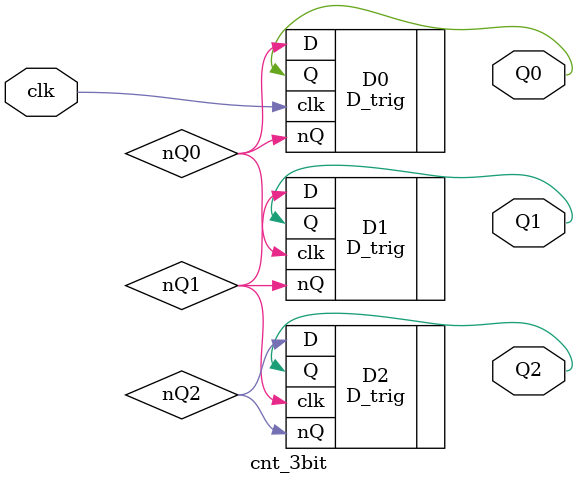
<source format=v>
module cnt_3bit ( clk,Q0,Q1,Q2) ;
input clk;
 
output Q0,Q1,Q2;

wire nQ0 , nQ1 , nQ2; 

//D_trig D0 (clk   , nQ0 , Q0  , nQ0);
//D_trig D1 (nQ0 , nQ1 , Q1  , nQ1);
//D_trig D2 (nQ1 , nQ2 , Q2  , nQ2);
D_trig D0(.clk(clk),
					.D(nQ0),
					.Q(Q0),
					.nQ(nQ0)
					);
D_trig D1(.clk(nQ0),
					.D(nQ1),
					.Q(Q1),
					.nQ(nQ1)
					);
D_trig D2(.clk(nQ1),
					.D(nQ2),
					.Q(Q2),
					.nQ(nQ2)
					);
endmodule

</source>
